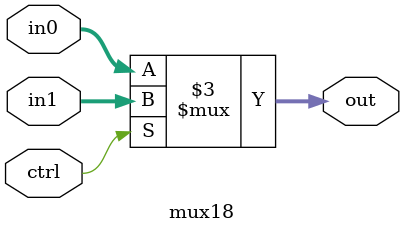
<source format=v>
module mux18 (

	input [17:0] in0,in1,
	input ctrl,
	
	output reg [17:0] out
);

always @(*) begin
	if(ctrl) begin
		out <=in1;
	end else begin 
		out <= in0;
	end
end

endmodule
</source>
